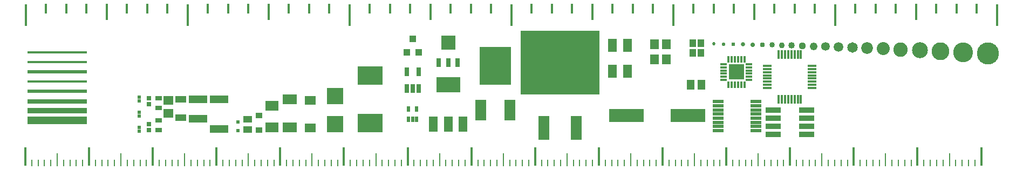
<source format=gts>
G75*
%MOIN*%
%OFA0B0*%
%FSLAX25Y25*%
%IPPOS*%
%LPD*%
%AMOC8*
5,1,8,0,0,1.08239X$1,22.5*
%
%ADD10R,0.37000X0.01600*%
%ADD11R,0.37000X0.01800*%
%ADD12R,0.37000X0.02000*%
%ADD13R,0.37000X0.02400*%
%ADD14R,0.37000X0.03000*%
%ADD15R,0.37000X0.03600*%
%ADD16R,0.37000X0.04600*%
%ADD17R,0.01181X0.11811*%
%ADD18R,0.00787X0.03937*%
%ADD19R,0.00787X0.07874*%
%ADD20R,0.01181X0.13780*%
%ADD21R,0.01181X0.05906*%
%ADD22R,0.01181X0.09843*%
%ADD23R,0.01981X0.01981*%
%ADD24R,0.03162X0.02769*%
%ADD25R,0.04343X0.03162*%
%ADD26R,0.05918X0.05524*%
%ADD27R,0.07099X0.04343*%
%ADD28R,0.11824X0.04737*%
%ADD29R,0.07099X0.12611*%
%ADD30R,0.19800X0.23300*%
%ADD31R,0.48831X0.39186*%
%ADD32R,0.07099X0.14580*%
%ADD33R,0.05600X0.09600*%
%ADD34R,0.14973X0.09461*%
%ADD35R,0.03083X0.05524*%
%ADD36R,0.08674X0.08674*%
%ADD37R,0.02965X0.05524*%
%ADD38R,0.03950X0.04343*%
%ADD39R,0.02375X0.03753*%
%ADD40R,0.05524X0.07887*%
%ADD41R,0.05524X0.06312*%
%ADD42R,0.04343X0.04934*%
%ADD43R,0.21800X0.08400*%
%ADD44R,0.04737X0.06312*%
%ADD45R,0.05524X0.03950*%
%ADD46R,0.02178X0.02178*%
%ADD47R,0.06587X0.05800*%
%ADD48R,0.10249X0.10249*%
%ADD49R,0.15761X0.11824*%
%ADD50R,0.09068X0.06312*%
%ADD51R,0.04068X0.03280*%
%ADD52R,0.07887X0.06312*%
%ADD53C,0.13635*%
%ADD54C,0.12257*%
%ADD55C,0.10997*%
%ADD56C,0.09855*%
%ADD57C,0.08871*%
%ADD58C,0.08005*%
%ADD59C,0.07217*%
%ADD60C,0.06509*%
%ADD61C,0.05879*%
%ADD62C,0.05328*%
%ADD63C,0.04816*%
%ADD64C,0.04391*%
%ADD65C,0.03997*%
%ADD66C,0.03646*%
%ADD67C,0.03335*%
%ADD68C,0.03056*%
%ADD69C,0.02812*%
%ADD70C,0.02591*%
%ADD71C,0.02394*%
%ADD72C,0.02221*%
%ADD73C,0.02064*%
%ADD74R,0.07099X0.02178*%
%ADD75R,0.09500X0.03200*%
%ADD76R,0.03950X0.01784*%
%ADD77R,0.01784X0.03950*%
%ADD78R,0.09449X0.09449*%
%ADD79R,0.05300X0.01800*%
%ADD80R,0.01800X0.05300*%
D10*
X0025500Y0075000D03*
D11*
X0025500Y0069000D03*
X0025500Y0057000D03*
D12*
X0025500Y0063000D03*
D13*
X0025500Y0051000D03*
D14*
X0025500Y0044900D03*
D15*
X0025500Y0039000D03*
D16*
X0025500Y0033000D03*
D17*
X0045094Y0010906D03*
X0045094Y0010906D03*
X0084465Y0010906D03*
X0084465Y0010906D03*
X0123835Y0010906D03*
X0123835Y0010906D03*
X0163205Y0010906D03*
X0163205Y0010906D03*
X0202575Y0010906D03*
X0202575Y0010906D03*
X0241945Y0010906D03*
X0241945Y0010906D03*
X0281315Y0010906D03*
X0281315Y0010906D03*
X0320685Y0010906D03*
X0320685Y0010906D03*
X0360055Y0010906D03*
X0360055Y0010906D03*
X0399425Y0010906D03*
X0399425Y0010906D03*
X0438795Y0010906D03*
X0438795Y0010906D03*
X0478165Y0010906D03*
X0478165Y0010906D03*
X0517535Y0010906D03*
X0517535Y0010906D03*
X0556906Y0010906D03*
X0556906Y0010906D03*
X0596276Y0010906D03*
X0005724Y0010906D03*
D18*
X0009661Y0006969D03*
X0013598Y0006969D03*
X0017535Y0006969D03*
X0021472Y0006969D03*
X0029346Y0006969D03*
X0033283Y0006969D03*
X0037220Y0006969D03*
X0041157Y0006969D03*
X0049031Y0006969D03*
X0052969Y0006969D03*
X0056906Y0006969D03*
X0060843Y0006969D03*
X0068717Y0006969D03*
X0072654Y0006969D03*
X0076591Y0006969D03*
X0080528Y0006969D03*
X0088402Y0006969D03*
X0092339Y0006969D03*
X0096276Y0006969D03*
X0100213Y0006969D03*
X0108087Y0006969D03*
X0112024Y0006969D03*
X0115961Y0006969D03*
X0119898Y0006969D03*
X0127772Y0006969D03*
X0131709Y0006969D03*
X0135646Y0006969D03*
X0139583Y0006969D03*
X0147457Y0006969D03*
X0151394Y0006969D03*
X0155331Y0006969D03*
X0159268Y0006969D03*
X0167142Y0006969D03*
X0171079Y0006969D03*
X0175016Y0006969D03*
X0178953Y0006969D03*
X0186827Y0006969D03*
X0190764Y0006969D03*
X0194701Y0006969D03*
X0198638Y0006969D03*
X0206512Y0006969D03*
X0210449Y0006969D03*
X0214386Y0006969D03*
X0218323Y0006969D03*
X0226197Y0006969D03*
X0230134Y0006969D03*
X0234071Y0006969D03*
X0238008Y0006969D03*
X0245882Y0006969D03*
X0249819Y0006969D03*
X0253756Y0006969D03*
X0257693Y0006969D03*
X0265567Y0006969D03*
X0269504Y0006969D03*
X0273441Y0006969D03*
X0277378Y0006969D03*
X0285252Y0006969D03*
X0289189Y0006969D03*
X0293126Y0006969D03*
X0297063Y0006969D03*
X0304937Y0006969D03*
X0308874Y0006969D03*
X0312811Y0006969D03*
X0316748Y0006969D03*
X0324622Y0006969D03*
X0328559Y0006969D03*
X0332496Y0006969D03*
X0336433Y0006969D03*
X0344307Y0006969D03*
X0348244Y0006969D03*
X0352181Y0006969D03*
X0356118Y0006969D03*
X0363992Y0006969D03*
X0367929Y0006969D03*
X0371866Y0006969D03*
X0375803Y0006969D03*
X0383677Y0006969D03*
X0387614Y0006969D03*
X0391551Y0006969D03*
X0395488Y0006969D03*
X0403362Y0006969D03*
X0407299Y0006969D03*
X0411236Y0006969D03*
X0415173Y0006969D03*
X0423047Y0006969D03*
X0426984Y0006969D03*
X0430921Y0006969D03*
X0434858Y0006969D03*
X0442732Y0006969D03*
X0446669Y0006969D03*
X0450606Y0006969D03*
X0454543Y0006969D03*
X0462417Y0006969D03*
X0466354Y0006969D03*
X0470291Y0006969D03*
X0474228Y0006969D03*
X0482102Y0006969D03*
X0486039Y0006969D03*
X0489976Y0006969D03*
X0493913Y0006969D03*
X0501787Y0006969D03*
X0505724Y0006969D03*
X0509661Y0006969D03*
X0513598Y0006969D03*
X0521472Y0006969D03*
X0525409Y0006969D03*
X0529346Y0006969D03*
X0533283Y0006969D03*
X0541157Y0006969D03*
X0545094Y0006969D03*
X0549031Y0006969D03*
X0552969Y0006969D03*
X0560843Y0006969D03*
X0564780Y0006969D03*
X0568717Y0006969D03*
X0572654Y0006969D03*
X0580528Y0006969D03*
X0584465Y0006969D03*
X0588402Y0006969D03*
X0592339Y0006969D03*
D19*
X0576591Y0008937D03*
X0537220Y0008937D03*
X0497850Y0008937D03*
X0458480Y0008937D03*
X0419110Y0008937D03*
X0379740Y0008937D03*
X0340370Y0008937D03*
X0301000Y0008937D03*
X0261630Y0008937D03*
X0222260Y0008937D03*
X0182890Y0008937D03*
X0143520Y0008937D03*
X0104150Y0008937D03*
X0064780Y0008937D03*
X0025409Y0008937D03*
D20*
X0006000Y0098110D03*
X0106000Y0098110D03*
X0106000Y0098110D03*
X0206000Y0098110D03*
X0206000Y0098110D03*
X0306000Y0098110D03*
X0306000Y0098110D03*
X0406000Y0098110D03*
X0406000Y0098110D03*
X0506000Y0098110D03*
X0506000Y0098110D03*
X0606000Y0098110D03*
D21*
X0593500Y0102047D03*
X0581000Y0102047D03*
X0568500Y0102047D03*
X0543500Y0102047D03*
X0531000Y0102047D03*
X0518500Y0102047D03*
X0493500Y0102047D03*
X0481000Y0102047D03*
X0468500Y0102047D03*
X0443500Y0102047D03*
X0431000Y0102047D03*
X0418500Y0102047D03*
X0393500Y0102047D03*
X0381000Y0102047D03*
X0368500Y0102047D03*
X0343500Y0102047D03*
X0331000Y0102047D03*
X0318500Y0102047D03*
X0293500Y0102047D03*
X0281000Y0102047D03*
X0268500Y0102047D03*
X0243500Y0102047D03*
X0231000Y0102047D03*
X0218500Y0102047D03*
X0193500Y0102047D03*
X0181000Y0102047D03*
X0168500Y0102047D03*
X0143500Y0102047D03*
X0131000Y0102047D03*
X0118500Y0102047D03*
X0093500Y0102047D03*
X0081000Y0102047D03*
X0068500Y0102047D03*
X0043500Y0102047D03*
X0031000Y0102047D03*
X0018500Y0102047D03*
D22*
X0056000Y0100079D03*
X0156000Y0100079D03*
X0256000Y0100079D03*
X0356000Y0100079D03*
X0456000Y0100079D03*
X0556000Y0100079D03*
D23*
X0076000Y0047381D03*
X0076000Y0045019D03*
X0076000Y0038181D03*
X0076000Y0035819D03*
X0076000Y0028981D03*
X0076000Y0026619D03*
D24*
X0082000Y0027031D03*
X0082000Y0030969D03*
X0082000Y0043031D03*
X0082000Y0046969D03*
D25*
X0088000Y0046753D03*
X0088000Y0040847D03*
X0088000Y0033053D03*
X0088000Y0027147D03*
D26*
X0094000Y0037366D03*
X0094000Y0045634D03*
D27*
X0101700Y0046209D03*
X0101700Y0034791D03*
D28*
X0112400Y0034194D03*
X0125500Y0027945D03*
X0125500Y0046055D03*
X0112400Y0046006D03*
D29*
X0287024Y0039594D03*
X0304976Y0039594D03*
D30*
X0296000Y0066752D03*
D31*
X0336000Y0068874D03*
D32*
X0326000Y0028421D03*
X0346000Y0028421D03*
D33*
X0276100Y0030800D03*
X0267000Y0030800D03*
X0257900Y0030800D03*
D34*
X0267000Y0055201D03*
D35*
X0267000Y0068913D03*
X0261094Y0068913D03*
X0272906Y0068913D03*
D36*
X0267000Y0081118D03*
D37*
X0248740Y0063119D03*
X0241260Y0063119D03*
X0241260Y0052881D03*
X0245000Y0052881D03*
X0248740Y0052881D03*
D38*
X0248740Y0075063D03*
X0241260Y0075063D03*
X0245000Y0083331D03*
D39*
X0242441Y0040248D03*
X0247559Y0040248D03*
X0247559Y0033752D03*
X0245000Y0033752D03*
X0242441Y0033752D03*
D40*
X0368376Y0063626D03*
X0377824Y0063626D03*
X0377824Y0079374D03*
X0368376Y0079374D03*
D41*
X0394260Y0080124D03*
X0401740Y0080124D03*
X0401740Y0070676D03*
X0394260Y0070676D03*
D42*
X0418238Y0074670D03*
X0422962Y0074670D03*
X0422962Y0080930D03*
X0418238Y0080930D03*
D43*
X0415000Y0036000D03*
X0377000Y0036000D03*
D44*
X0416654Y0055000D03*
X0423346Y0055000D03*
D45*
X0143000Y0033950D03*
X0143000Y0027650D03*
D46*
X0137000Y0026743D03*
X0137000Y0032057D03*
D47*
X0181600Y0028635D03*
X0181600Y0045565D03*
D48*
X0197000Y0048161D03*
X0197000Y0030839D03*
D49*
X0218900Y0031533D03*
X0218900Y0060667D03*
D50*
X0169000Y0046261D03*
X0169000Y0028939D03*
D51*
X0150000Y0027272D03*
X0150000Y0036328D03*
D52*
X0158000Y0042193D03*
X0158000Y0028807D03*
D53*
X0600305Y0074583D03*
D54*
X0585010Y0075272D03*
D55*
X0571033Y0075902D03*
D56*
X0558258Y0076472D03*
D57*
X0546545Y0076965D03*
D58*
X0535758Y0077398D03*
D59*
X0525797Y0077791D03*
D60*
X0516585Y0078146D03*
D61*
X0508041Y0078461D03*
D62*
X0500089Y0078736D03*
D63*
X0492667Y0078992D03*
D64*
X0485715Y0079205D03*
D65*
X0479171Y0079402D03*
D66*
X0473000Y0079577D03*
D67*
X0467000Y0079732D03*
D68*
X0461000Y0079872D03*
D69*
X0455000Y0079994D03*
D70*
X0449000Y0080104D03*
D71*
X0443000Y0080203D03*
D72*
X0437000Y0080289D03*
D73*
X0431000Y0080368D03*
D74*
X0433780Y0044760D03*
X0433780Y0042201D03*
X0433780Y0039642D03*
X0433780Y0037083D03*
X0433780Y0034524D03*
X0433780Y0031965D03*
X0433780Y0029406D03*
X0433780Y0026846D03*
X0457008Y0026846D03*
X0457008Y0029406D03*
X0457008Y0031965D03*
X0457008Y0034524D03*
X0457008Y0037083D03*
X0457008Y0039642D03*
X0457008Y0042201D03*
X0457008Y0044760D03*
D75*
X0467700Y0039500D03*
X0488300Y0039500D03*
X0488300Y0034500D03*
X0467700Y0034500D03*
X0467700Y0029500D03*
X0488300Y0029500D03*
X0488300Y0024500D03*
X0467700Y0024500D03*
D76*
X0452874Y0058079D03*
X0452874Y0060047D03*
X0452874Y0062016D03*
X0452874Y0063984D03*
X0452874Y0065953D03*
X0452874Y0067921D03*
X0437126Y0067921D03*
X0437126Y0065953D03*
X0437126Y0063984D03*
X0437126Y0062016D03*
X0437126Y0060047D03*
X0437126Y0058079D03*
D77*
X0440079Y0055126D03*
X0442047Y0055126D03*
X0444016Y0055126D03*
X0445984Y0055126D03*
X0447953Y0055126D03*
X0449921Y0055126D03*
X0449921Y0070874D03*
X0447953Y0070874D03*
X0445984Y0070874D03*
X0444016Y0070874D03*
X0442047Y0070874D03*
X0440079Y0070874D03*
D78*
X0445000Y0063000D03*
D79*
X0464220Y0062953D03*
X0464220Y0064921D03*
X0464220Y0066890D03*
X0464220Y0060984D03*
X0464220Y0059016D03*
X0464220Y0057047D03*
X0464220Y0055079D03*
X0464220Y0053110D03*
X0491780Y0053110D03*
X0491780Y0055079D03*
X0491780Y0057047D03*
X0491780Y0059016D03*
X0491780Y0060984D03*
X0491780Y0062953D03*
X0491780Y0064921D03*
X0491780Y0066890D03*
D80*
X0484890Y0073780D03*
X0482921Y0073780D03*
X0480953Y0073780D03*
X0478984Y0073780D03*
X0477016Y0073780D03*
X0475047Y0073780D03*
X0473079Y0073780D03*
X0471110Y0073780D03*
X0471110Y0046220D03*
X0473079Y0046220D03*
X0475047Y0046220D03*
X0477016Y0046220D03*
X0478984Y0046220D03*
X0480953Y0046220D03*
X0482921Y0046220D03*
X0484890Y0046220D03*
M02*

</source>
